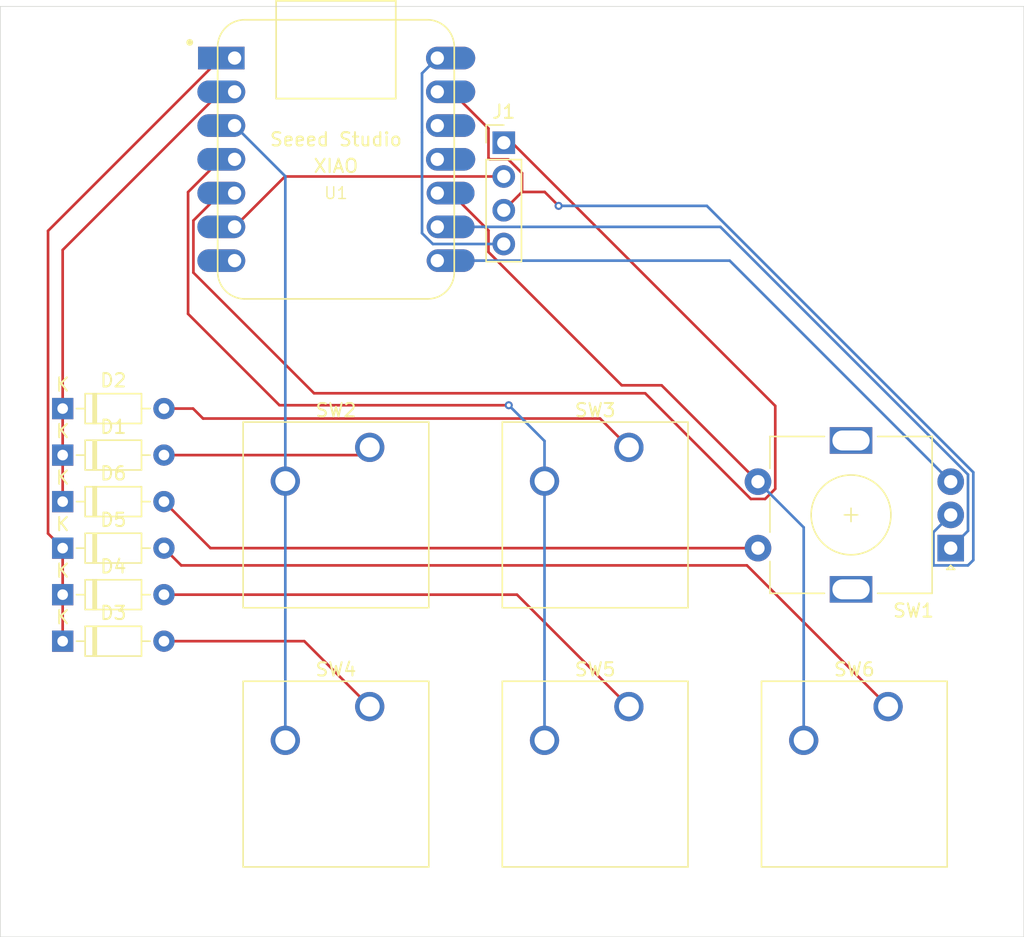
<source format=kicad_pcb>
(kicad_pcb (version 20240108) (generator "pcbnew") (generator_version "8.0")
  (layers (0 "F.Cu" signal) (31 "B.Cu" signal) (34 "B.Paste" user) (35 "F.Paste" user) (36 "B.SilkS" user "B.Silkscreen") (37 "F.SilkS" user "F.Silkscreen") (38 "B.Mask" user) (39 "F.Mask" user) (44 "Edge.Cuts" user))
  (net 0 "")
  (net 1 "Net-(D1-A)")
  (net 2 "ROW0")
  (net 3 "Net-(D2-A)")
  (net 4 "ROW1")
  (net 5 "Net-(D3-A)")
  (net 6 "Net-(D4-A)")
  (net 7 "Net-(D5-A)")
  (net 8 "EC11SWITCHB")
  (net 10 "GND")
  (net 11 "VCC")
  (net 12 "SDA")
  (net 13 "SCL")
  (net 14 "COL2")
  (net 15 "EC11B")
  (net 16 "EC11A")
  (net 17 "COL0")
  (net 18 "COL1")
  (footprint "Diode_THT:D_DO-35_SOD27_P7.62mm_Horizontal" (layer "F.Cu") (at 77.44 47)
    (property "Reference" "D2" (at 3.81 -2.12 0) (layer "F.SilkS"))
    (property "Value" "D")
    (fp_line (start 1.04 0) (end 1.69 0) (stroke (width 0.12)) (layer "F.SilkS"))
    (fp_line (start 1.69 -1.12) (end 1.69 1.12) (stroke (width 0.12)) (layer "F.SilkS"))
    (fp_line (start 1.69 1.12) (end 5.93 1.12) (stroke (width 0.12)) (layer "F.SilkS"))
    (fp_line (start 2.29 -1.12) (end 2.29 1.12) (stroke (width 0.12)) (layer "F.SilkS"))
    (fp_line (start 2.41 -1.12) (end 2.41 1.12) (stroke (width 0.12)) (layer "F.SilkS"))
    (fp_line (start 2.53 -1.12) (end 2.53 1.12) (stroke (width 0.12)) (layer "F.SilkS"))
    (fp_line (start 5.93 -1.12) (end 1.69 -1.12) (stroke (width 0.12)) (layer "F.SilkS"))
    (fp_line (start 5.93 1.12) (end 5.93 -1.12) (stroke (width 0.12)) (layer "F.SilkS"))
    (fp_line (start 6.58 0) (end 5.93 0) (stroke (width 0.12)) (layer "F.SilkS"))
    (fp_text user "K" (at 0 -1.8 0) (layer "F.SilkS"))
    (pad "1" thru_hole rect (at 0 0) (size 1.6 1.6) (drill 0.8) (layers "*.Cu" "*.Mask") (net 2 "ROW0"))
    (pad "2" thru_hole oval (at 7.62 0) (size 1.6 1.6) (drill 0.8) (layers "*.Cu" "*.Mask") (net 3 "Net-(D2-A)"))
  )
  (footprint "Seeed Studio XIAO Series Library:XIAO-Generic-Hybrid-14P-2.54-21X17.8MM" (layer "F.Cu") (at 98 28.25)
    (property "Reference" "U1" (at 0 2.54 0) (layer "F.SilkS") (effects (font (size 0.889 0.889) (thickness 0.1016))))
    (property "Value" "Seeed Studio XIAO SAMD21" (hide yes))
    (fp_line (start -8.9 -8.5) (end -8.9 8.5) (stroke (width 0.127)) (layer "F.SilkS"))
    (fp_line (start -6.9 10.5) (end 6.9 10.5) (stroke (width 0.127)) (layer "F.SilkS"))
    (fp_line (start -4.5 -11.92403) (end 4.5 -11.92403) (stroke (width 0.127)) (layer "F.SilkS"))
    (fp_line (start -4.5 -4.57073) (end -4.5 -11.92403) (stroke (width 0.127)) (layer "F.SilkS"))
    (fp_line (start 4.5 -11.92403) (end 4.5 -4.57073) (stroke (width 0.127)) (layer "F.SilkS"))
    (fp_line (start 4.5 -4.57073) (end -4.5 -4.57073) (stroke (width 0.127)) (layer "F.SilkS"))
    (fp_line (start 6.9 -10.49909) (end -6.9 -10.49909) (stroke (width 0.127)) (layer "F.SilkS"))
    (fp_line (start 8.9 8.5) (end 8.9 -8.5) (stroke (width 0.127)) (layer "F.SilkS"))
    (fp_arc (start -8.9 -8.5) (mid -8.301491 -9.901491) (end -6.9 -10.5) (stroke (width 0.12)) (layer "F.SilkS"))
    (fp_arc (start -6.9 10.5) (mid -8.301423 9.901423) (end -8.9 8.5) (stroke (width 0.12)) (layer "F.SilkS"))
    (fp_arc (start 6.9 -10.5) (mid 8.301494 -9.901494) (end 8.9 -8.5) (stroke (width 0.12)) (layer "F.SilkS"))
    (fp_arc (start 8.9 8.5) (mid 8.314214 9.914214) (end 6.9 10.5) (stroke (width 0.12)) (layer "F.SilkS"))
    (fp_circle (center -11 -8.8) (end -11 -9.054) (fill solid) (layer "F.SilkS"))
    (fp_poly (pts (xy -8.887715 -8.561705) (xy -8.884667 -8.610473) (xy -8.880603 -8.659494)) (stroke (width 0.0254)) (fill none) (layer "F.SilkS"))
    (fp_poly (pts (xy 8.889492 8.521574) (xy 8.887713 8.57085) (xy 8.884665 8.619618) (xy 8.880601 8.668639) (xy 8.875268 8.717407) (xy 8.868664 8.766175) (xy 8.861044 8.81469) (xy 8.852153 8.86295) (xy 8.842248 8.910955)) (stroke (width 0.0254)) (fill none) (layer "F.SilkS"))
    (fp_text user "Seeed Studio" (at 0 -1.5 0) (layer "F.SilkS"))
    (fp_text user "XIAO" (at 0 0.5 0) (layer "F.SilkS"))
    (pad "1" thru_hole rect (at -7.625 -7.62) (size 3.5 1.7) (drill 1 (offset -1 0)) (layers "*.Cu" "*.Mask") (net 4 "ROW1"))
    (pad "2" thru_hole oval (at -7.625 -5.08) (size 3.6 1.7) (drill 1 (offset -1 0)) (layers "*.Cu" "*.Mask") (net 2 "ROW0"))
    (pad "3" thru_hole oval (at -7.625 -2.54) (size 3.6 1.7) (drill 1 (offset -1 0)) (layers "*.Cu" "*.Mask") (net 17 "COL0"))
    (pad "4" thru_hole oval (at -7.625 0) (size 3.6 1.7) (drill 1 (offset -1 0)) (layers "*.Cu" "*.Mask") (net 18 "COL1"))
    (pad "5" thru_hole oval (at -7.625 2.54) (size 3.6 1.7) (drill 1 (offset -1 0)) (layers "*.Cu" "*.Mask") (net 12 "SDA"))
    (pad "6" thru_hole oval (at -7.625 5.08 180) (size 3.6 1.7) (drill 1 (offset 1 0)) (layers "*.Cu" "*.Mask") (net 13 "SCL"))
    (pad "7" thru_hole oval (at -7.625 7.62) (size 3.6 1.7) (drill 1 (offset -1 0)) (layers "*.Cu" "*.Mask"))
    (pad "8" thru_hole oval (at 7.625 7.62) (size 3.6 1.7) (drill 1 (offset 1 0)) (layers "*.Cu" "*.Mask") (net 15 "EC11B"))
    (pad "9" thru_hole oval (at 7.625 5.08) (size 3.6 1.7) (drill 1 (offset 1 0)) (layers "*.Cu" "*.Mask") (net 16 "EC11A"))
    (pad "10" thru_hole oval (at 7.625 2.54) (size 3.6 1.7) (drill 1 (offset 1 0)) (layers "*.Cu" "*.Mask") (net 14 "COL2"))
    (pad "11" thru_hole oval (at 7.625 0) (size 3.7 1.7) (drill 1 (offset 1 0)) (layers "*.Cu" "*.Mask"))
    (pad "12" thru_hole oval (at 7.625 -2.54) (size 3.7 1.7) (drill 1 (offset 1 0)) (layers "*.Cu" "*.Mask"))
    (pad "13" thru_hole oval (at 7.625 -5.08) (size 3.7 1.7) (drill 1 (offset 1 0)) (layers "*.Cu" "*.Mask") (net 10 "GND"))
    (pad "14" thru_hole oval (at 7.625 -7.62) (size 3.7 1.7) (drill 1 (offset 1 0)) (layers "*.Cu" "*.Mask") (net 11 "VCC"))
  )
  (footprint "Connector_PinHeader_2.54mm:PinHeader_1x04_P2.54mm_Vertical" (layer "F.Cu") (at 110.625 27)
    (property "Reference" "J1" (at 0 -2.33 0) (layer "F.SilkS"))
    (property "Value" "Conn_01x04_Pin")
    (fp_line (start -1.33 -1.33) (end 0 -1.33) (stroke (width 0.12)) (layer "F.SilkS"))
    (fp_line (start -1.33 0) (end -1.33 -1.33) (stroke (width 0.12)) (layer "F.SilkS"))
    (fp_line (start -1.33 1.27) (end -1.33 8.95) (stroke (width 0.12)) (layer "F.SilkS"))
    (fp_line (start -1.33 1.27) (end 1.33 1.27) (stroke (width 0.12)) (layer "F.SilkS"))
    (fp_line (start -1.33 8.95) (end 1.33 8.95) (stroke (width 0.12)) (layer "F.SilkS"))
    (fp_line (start 1.33 1.27) (end 1.33 8.95) (stroke (width 0.12)) (layer "F.SilkS"))
    (pad "1" thru_hole rect (at 0 0) (size 1.7 1.7) (drill 1) (layers "*.Cu" "*.Mask") (net 12 "SDA"))
    (pad "2" thru_hole oval (at 0 2.54) (size 1.7 1.7) (drill 1) (layers "*.Cu" "*.Mask") (net 13 "SCL"))
    (pad "3" thru_hole oval (at 0 5.08) (size 1.7 1.7) (drill 1) (layers "*.Cu" "*.Mask") (net 10 "GND"))
    (pad "4" thru_hole oval (at 0 7.62) (size 1.7 1.7) (drill 1) (layers "*.Cu" "*.Mask") (net 11 "VCC"))
  )
  (footprint "Diode_THT:D_DO-35_SOD27_P7.62mm_Horizontal" (layer "F.Cu") (at 77.44 57.5)
    (property "Reference" "D5" (at 3.81 -2.12 0) (layer "F.SilkS"))
    (property "Value" "D")
    (fp_line (start 1.04 0) (end 1.69 0) (stroke (width 0.12)) (layer "F.SilkS"))
    (fp_line (start 1.69 -1.12) (end 1.69 1.12) (stroke (width 0.12)) (layer "F.SilkS"))
    (fp_line (start 1.69 1.12) (end 5.93 1.12) (stroke (width 0.12)) (layer "F.SilkS"))
    (fp_line (start 2.29 -1.12) (end 2.29 1.12) (stroke (width 0.12)) (layer "F.SilkS"))
    (fp_line (start 2.41 -1.12) (end 2.41 1.12) (stroke (width 0.12)) (layer "F.SilkS"))
    (fp_line (start 2.53 -1.12) (end 2.53 1.12) (stroke (width 0.12)) (layer "F.SilkS"))
    (fp_line (start 5.93 -1.12) (end 1.69 -1.12) (stroke (width 0.12)) (layer "F.SilkS"))
    (fp_line (start 5.93 1.12) (end 5.93 -1.12) (stroke (width 0.12)) (layer "F.SilkS"))
    (fp_line (start 6.58 0) (end 5.93 0) (stroke (width 0.12)) (layer "F.SilkS"))
    (fp_text user "K" (at 0 -1.8 0) (layer "F.SilkS"))
    (pad "1" thru_hole rect (at 0 0) (size 1.6 1.6) (drill 0.8) (layers "*.Cu" "*.Mask") (net 4 "ROW1"))
    (pad "2" thru_hole oval (at 7.62 0) (size 1.6 1.6) (drill 0.8) (layers "*.Cu" "*.Mask") (net 7 "Net-(D5-A)"))
  )
  (footprint "Diode_THT:D_DO-35_SOD27_P7.62mm_Horizontal" (layer "F.Cu") (at 77.44 50.5)
    (property "Reference" "D1" (at 3.81 -2.12 0) (layer "F.SilkS"))
    (property "Value" "D")
    (fp_line (start 1.04 0) (end 1.69 0) (stroke (width 0.12)) (layer "F.SilkS"))
    (fp_line (start 1.69 -1.12) (end 1.69 1.12) (stroke (width 0.12)) (layer "F.SilkS"))
    (fp_line (start 1.69 1.12) (end 5.93 1.12) (stroke (width 0.12)) (layer "F.SilkS"))
    (fp_line (start 2.29 -1.12) (end 2.29 1.12) (stroke (width 0.12)) (layer "F.SilkS"))
    (fp_line (start 2.41 -1.12) (end 2.41 1.12) (stroke (width 0.12)) (layer "F.SilkS"))
    (fp_line (start 2.53 -1.12) (end 2.53 1.12) (stroke (width 0.12)) (layer "F.SilkS"))
    (fp_line (start 5.93 -1.12) (end 1.69 -1.12) (stroke (width 0.12)) (layer "F.SilkS"))
    (fp_line (start 5.93 1.12) (end 5.93 -1.12) (stroke (width 0.12)) (layer "F.SilkS"))
    (fp_line (start 6.58 0) (end 5.93 0) (stroke (width 0.12)) (layer "F.SilkS"))
    (fp_text user "K" (at 0 -1.8 0) (layer "F.SilkS"))
    (pad "1" thru_hole rect (at 0 0) (size 1.6 1.6) (drill 0.8) (layers "*.Cu" "*.Mask") (net 2 "ROW0"))
    (pad "2" thru_hole oval (at 7.62 0) (size 1.6 1.6) (drill 0.8) (layers "*.Cu" "*.Mask") (net 1 "Net-(D1-A)"))
  )
  (footprint "Rotary_Encoder:RotaryEncoder_Alps_EC11E-Switch_Vertical_H20mm" (layer "F.Cu") (at 144.25 57.5 180)
    (property "Reference" "SW1" (at 2.8 -4.7 0) (layer "F.SilkS"))
    (property "Value" "RotaryEncoder_Switch")
    (fp_line (start 13.6 8.4) (end 9.5 8.4) (stroke (width 0.12)) (layer "F.SilkS"))
    (fp_line (start 13.6 6) (end 13.6 8.4) (stroke (width 0.12)) (layer "F.SilkS"))
    (fp_line (start 13.6 1.2) (end 13.6 3.8) (stroke (width 0.12)) (layer "F.SilkS"))
    (fp_line (start 13.6 -3.4) (end 13.6 -1) (stroke (width 0.12)) (layer "F.SilkS"))
    (fp_line (start 9.5 -3.4) (end 13.6 -3.4) (stroke (width 0.12)) (layer "F.SilkS"))
    (fp_line (start 7.5 2) (end 7.5 3) (stroke (width 0.12)) (layer "F.SilkS"))
    (fp_line (start 7 2.5) (end 8 2.5) (stroke (width 0.12)) (layer "F.SilkS"))
    (fp_line (start 5.5 8.4) (end 1.4 8.4) (stroke (width 0.12)) (layer "F.SilkS"))
    (fp_line (start 5.5 -3.4) (end 1.4 -3.4) (stroke (width 0.12)) (layer "F.SilkS"))
    (fp_line (start 1.4 -3.4) (end 1.4 8.4) (stroke (width 0.12)) (layer "F.SilkS"))
    (fp_line (start 0.3 -1.6) (end 0 -1.3) (stroke (width 0.12)) (layer "F.SilkS"))
    (fp_line (start 0 -1.3) (end -0.3 -1.6) (stroke (width 0.12)) (layer "F.SilkS"))
    (fp_line (start -0.3 -1.6) (end 0.3 -1.6) (stroke (width 0.12)) (layer "F.SilkS"))
    (fp_circle (center 7.5 2.5) (end 10.5 2.5) (stroke (width 0.12)) (fill none) (layer "F.SilkS"))
    (pad "A" thru_hole rect (at 0 0 180) (size 2 2) (drill 1) (layers "*.Cu" "*.Mask") (net 16 "EC11A"))
    (pad "B" thru_hole circle (at 0 5 180) (size 2 2) (drill 1) (layers "*.Cu" "*.Mask") (net 15 "EC11B"))
    (pad "C" thru_hole circle (at 0 2.5 180) (size 2 2) (drill 1) (layers "*.Cu" "*.Mask") (net 10 "GND"))
    (pad "MP" thru_hole rect (at 7.5 -3.1 180) (size 3.2 2) (drill oval 2.8 1.5) (layers "*.Cu" "*.Mask"))
    (pad "MP" thru_hole rect (at 7.5 8.1 180) (size 3.2 2) (drill oval 2.8 1.5) (layers "*.Cu" "*.Mask"))
    (pad "S1" thru_hole circle (at 14.5 5 180) (size 2 2) (drill 1) (layers "*.Cu" "*.Mask") (net 14 "COL2"))
    (pad "S2" thru_hole circle (at 14.5 0 180) (size 2 2) (drill 1) (layers "*.Cu" "*.Mask") (net 8 "EC11SWITCHB"))
  )
  (footprint "Diode_THT:D_DO-35_SOD27_P7.62mm_Horizontal" (layer "F.Cu") (at 77.44 64.5)
    (property "Reference" "D3" (at 3.81 -2.12 0) (layer "F.SilkS"))
    (property "Value" "D")
    (fp_line (start 1.04 0) (end 1.69 0) (stroke (width 0.12)) (layer "F.SilkS"))
    (fp_line (start 1.69 -1.12) (end 1.69 1.12) (stroke (width 0.12)) (layer "F.SilkS"))
    (fp_line (start 1.69 1.12) (end 5.93 1.12) (stroke (width 0.12)) (layer "F.SilkS"))
    (fp_line (start 2.29 -1.12) (end 2.29 1.12) (stroke (width 0.12)) (layer "F.SilkS"))
    (fp_line (start 2.41 -1.12) (end 2.41 1.12) (stroke (width 0.12)) (layer "F.SilkS"))
    (fp_line (start 2.53 -1.12) (end 2.53 1.12) (stroke (width 0.12)) (layer "F.SilkS"))
    (fp_line (start 5.93 -1.12) (end 1.69 -1.12) (stroke (width 0.12)) (layer "F.SilkS"))
    (fp_line (start 5.93 1.12) (end 5.93 -1.12) (stroke (width 0.12)) (layer "F.SilkS"))
    (fp_line (start 6.58 0) (end 5.93 0) (stroke (width 0.12)) (layer "F.SilkS"))
    (fp_text user "K" (at 0 -1.8 0) (layer "F.SilkS"))
    (pad "1" thru_hole rect (at 0 0) (size 1.6 1.6) (drill 0.8) (layers "*.Cu" "*.Mask") (net 4 "ROW1"))
    (pad "2" thru_hole oval (at 7.62 0) (size 1.6 1.6) (drill 0.8) (layers "*.Cu" "*.Mask") (net 5 "Net-(D3-A)"))
  )
  (footprint "Button_Switch_Keyboard:SW_Cherry_MX_1.00u_PCB" (layer "F.Cu") (at 100.54 49.92)
    (property "Reference" "SW2" (at -2.54 -2.794 0) (layer "F.SilkS"))
    (property "Value" "SW_Push")
    (fp_line (start -9.525 -1.905) (end 4.445 -1.905) (stroke (width 0.12)) (layer "F.SilkS"))
    (fp_line (start -9.525 12.065) (end -9.525 -1.905) (stroke (width 0.12)) (layer "F.SilkS"))
    (fp_line (start 4.445 -1.905) (end 4.445 12.065) (stroke (width 0.12)) (layer "F.SilkS"))
    (fp_line (start 4.445 12.065) (end -9.525 12.065) (stroke (width 0.12)) (layer "F.SilkS"))
    (pad "" np_thru_hole circle (at -7.62 5.08) (size 1.7 1.7) (drill 1.7) (layers "*.Cu" "*.Mask"))
    (pad "" np_thru_hole circle (at -2.54 5.08) (size 4 4) (drill 4) (layers "*.Cu" "*.Mask"))
    (pad "" np_thru_hole circle (at 2.54 5.08) (size 1.7 1.7) (drill 1.7) (layers "*.Cu" "*.Mask"))
    (pad "1" thru_hole circle (at 0 0) (size 2.2 2.2) (drill 1.5) (layers "*.Cu" "*.Mask") (net 1 "Net-(D1-A)"))
    (pad "2" thru_hole circle (at -6.35 2.54) (size 2.2 2.2) (drill 1.5) (layers "*.Cu" "*.Mask") (net 17 "COL0"))
  )
  (footprint "Diode_THT:D_DO-35_SOD27_P7.62mm_Horizontal" (layer "F.Cu") (at 77.44 61)
    (property "Reference" "D4" (at 3.81 -2.12 0) (layer "F.SilkS"))
    (property "Value" "D")
    (fp_line (start 1.04 0) (end 1.69 0) (stroke (width 0.12)) (layer "F.SilkS"))
    (fp_line (start 1.69 -1.12) (end 1.69 1.12) (stroke (width 0.12)) (layer "F.SilkS"))
    (fp_line (start 1.69 1.12) (end 5.93 1.12) (stroke (width 0.12)) (layer "F.SilkS"))
    (fp_line (start 2.29 -1.12) (end 2.29 1.12) (stroke (width 0.12)) (layer "F.SilkS"))
    (fp_line (start 2.41 -1.12) (end 2.41 1.12) (stroke (width 0.12)) (layer "F.SilkS"))
    (fp_line (start 2.53 -1.12) (end 2.53 1.12) (stroke (width 0.12)) (layer "F.SilkS"))
    (fp_line (start 5.93 -1.12) (end 1.69 -1.12) (stroke (width 0.12)) (layer "F.SilkS"))
    (fp_line (start 5.93 1.12) (end 5.93 -1.12) (stroke (width 0.12)) (layer "F.SilkS"))
    (fp_line (start 6.58 0) (end 5.93 0) (stroke (width 0.12)) (layer "F.SilkS"))
    (fp_text user "K" (at 0 -1.8 0) (layer "F.SilkS"))
    (pad "1" thru_hole rect (at 0 0) (size 1.6 1.6) (drill 0.8) (layers "*.Cu" "*.Mask") (net 4 "ROW1"))
    (pad "2" thru_hole oval (at 7.62 0) (size 1.6 1.6) (drill 0.8) (layers "*.Cu" "*.Mask") (net 6 "Net-(D4-A)"))
  )
  (footprint "Button_Switch_Keyboard:SW_Cherry_MX_1.00u_PCB" (layer "F.Cu") (at 120.04 69.42)
    (property "Reference" "SW5" (at -2.54 -2.794 0) (layer "F.SilkS"))
    (property "Value" "SW_Push")
    (fp_line (start -9.525 -1.905) (end 4.445 -1.905) (stroke (width 0.12)) (layer "F.SilkS"))
    (fp_line (start -9.525 12.065) (end -9.525 -1.905) (stroke (width 0.12)) (layer "F.SilkS"))
    (fp_line (start 4.445 -1.905) (end 4.445 12.065) (stroke (width 0.12)) (layer "F.SilkS"))
    (fp_line (start 4.445 12.065) (end -9.525 12.065) (stroke (width 0.12)) (layer "F.SilkS"))
    (pad "" np_thru_hole circle (at -7.62 5.08) (size 1.7 1.7) (drill 1.7) (layers "*.Cu" "*.Mask"))
    (pad "" np_thru_hole circle (at -2.54 5.08) (size 4 4) (drill 4) (layers "*.Cu" "*.Mask"))
    (pad "" np_thru_hole circle (at 2.54 5.08) (size 1.7 1.7) (drill 1.7) (layers "*.Cu" "*.Mask"))
    (pad "1" thru_hole circle (at 0 0) (size 2.2 2.2) (drill 1.5) (layers "*.Cu" "*.Mask") (net 6 "Net-(D4-A)"))
    (pad "2" thru_hole circle (at -6.35 2.54) (size 2.2 2.2) (drill 1.5) (layers "*.Cu" "*.Mask") (net 18 "COL1"))
  )
  (footprint "Diode_THT:D_DO-35_SOD27_P7.62mm_Horizontal" (layer "F.Cu") (at 77.44 54)
    (property "Reference" "D6" (at 3.81 -2.12 0) (layer "F.SilkS"))
    (property "Value" "D")
    (fp_line (start 1.04 0) (end 1.69 0) (stroke (width 0.12)) (layer "F.SilkS"))
    (fp_line (start 1.69 -1.12) (end 1.69 1.12) (stroke (width 0.12)) (layer "F.SilkS"))
    (fp_line (start 1.69 1.12) (end 5.93 1.12) (stroke (width 0.12)) (layer "F.SilkS"))
    (fp_line (start 2.29 -1.12) (end 2.29 1.12) (stroke (width 0.12)) (layer "F.SilkS"))
    (fp_line (start 2.41 -1.12) (end 2.41 1.12) (stroke (width 0.12)) (layer "F.SilkS"))
    (fp_line (start 2.53 -1.12) (end 2.53 1.12) (stroke (width 0.12)) (layer "F.SilkS"))
    (fp_line (start 5.93 -1.12) (end 1.69 -1.12) (stroke (width 0.12)) (layer "F.SilkS"))
    (fp_line (start 5.93 1.12) (end 5.93 -1.12) (stroke (width 0.12)) (layer "F.SilkS"))
    (fp_line (start 6.58 0) (end 5.93 0) (stroke (width 0.12)) (layer "F.SilkS"))
    (fp_text user "K" (at 0 -1.8 0) (layer "F.SilkS"))
    (pad "1" thru_hole rect (at 0 0) (size 1.6 1.6) (drill 0.8) (layers "*.Cu" "*.Mask") (net 2 "ROW0"))
    (pad "2" thru_hole oval (at 7.62 0) (size 1.6 1.6) (drill 0.8) (layers "*.Cu" "*.Mask") (net 8 "EC11SWITCHB"))
  )
  (footprint "Button_Switch_Keyboard:SW_Cherry_MX_1.00u_PCB" (layer "F.Cu") (at 100.54 69.42)
    (property "Reference" "SW4" (at -2.54 -2.794 0) (layer "F.SilkS"))
    (property "Value" "SW_Push")
    (fp_line (start -9.525 -1.905) (end 4.445 -1.905) (stroke (width 0.12)) (layer "F.SilkS"))
    (fp_line (start -9.525 12.065) (end -9.525 -1.905) (stroke (width 0.12)) (layer "F.SilkS"))
    (fp_line (start 4.445 -1.905) (end 4.445 12.065) (stroke (width 0.12)) (layer "F.SilkS"))
    (fp_line (start 4.445 12.065) (end -9.525 12.065) (stroke (width 0.12)) (layer "F.SilkS"))
    (pad "" np_thru_hole circle (at -7.62 5.08) (size 1.7 1.7) (drill 1.7) (layers "*.Cu" "*.Mask"))
    (pad "" np_thru_hole circle (at -2.54 5.08) (size 4 4) (drill 4) (layers "*.Cu" "*.Mask"))
    (pad "" np_thru_hole circle (at 2.54 5.08) (size 1.7 1.7) (drill 1.7) (layers "*.Cu" "*.Mask"))
    (pad "1" thru_hole circle (at 0 0) (size 2.2 2.2) (drill 1.5) (layers "*.Cu" "*.Mask") (net 5 "Net-(D3-A)"))
    (pad "2" thru_hole circle (at -6.35 2.54) (size 2.2 2.2) (drill 1.5) (layers "*.Cu" "*.Mask") (net 17 "COL0"))
  )
  (footprint "Button_Switch_Keyboard:SW_Cherry_MX_1.00u_PCB" (layer "F.Cu") (at 120.04 49.92)
    (property "Reference" "SW3" (at -2.54 -2.794 0) (layer "F.SilkS"))
    (property "Value" "SW_Push")
    (fp_line (start -9.525 -1.905) (end 4.445 -1.905) (stroke (width 0.12)) (layer "F.SilkS"))
    (fp_line (start -9.525 12.065) (end -9.525 -1.905) (stroke (width 0.12)) (layer "F.SilkS"))
    (fp_line (start 4.445 -1.905) (end 4.445 12.065) (stroke (width 0.12)) (layer "F.SilkS"))
    (fp_line (start 4.445 12.065) (end -9.525 12.065) (stroke (width 0.12)) (layer "F.SilkS"))
    (pad "" np_thru_hole circle (at -7.62 5.08) (size 1.7 1.7) (drill 1.7) (layers "*.Cu" "*.Mask"))
    (pad "" np_thru_hole circle (at -2.54 5.08) (size 4 4) (drill 4) (layers "*.Cu" "*.Mask"))
    (pad "" np_thru_hole circle (at 2.54 5.08) (size 1.7 1.7) (drill 1.7) (layers "*.Cu" "*.Mask"))
    (pad "1" thru_hole circle (at 0 0) (size 2.2 2.2) (drill 1.5) (layers "*.Cu" "*.Mask") (net 3 "Net-(D2-A)"))
    (pad "2" thru_hole circle (at -6.35 2.54) (size 2.2 2.2) (drill 1.5) (layers "*.Cu" "*.Mask") (net 18 "COL1"))
  )
  (footprint "Button_Switch_Keyboard:SW_Cherry_MX_1.00u_PCB" (layer "F.Cu") (at 139.54 69.42)
    (property "Reference" "SW6" (at -2.54 -2.794 0) (layer "F.SilkS"))
    (property "Value" "SW_Push")
    (fp_line (start -9.525 -1.905) (end 4.445 -1.905) (stroke (width 0.12)) (layer "F.SilkS"))
    (fp_line (start -9.525 12.065) (end -9.525 -1.905) (stroke (width 0.12)) (layer "F.SilkS"))
    (fp_line (start 4.445 -1.905) (end 4.445 12.065) (stroke (width 0.12)) (layer "F.SilkS"))
    (fp_line (start 4.445 12.065) (end -9.525 12.065) (stroke (width 0.12)) (layer "F.SilkS"))
    (pad "" np_thru_hole circle (at -7.62 5.08) (size 1.7 1.7) (drill 1.7) (layers "*.Cu" "*.Mask"))
    (pad "" np_thru_hole circle (at -2.54 5.08) (size 4 4) (drill 4) (layers "*.Cu" "*.Mask"))
    (pad "" np_thru_hole circle (at 2.54 5.08) (size 1.7 1.7) (drill 1.7) (layers "*.Cu" "*.Mask"))
    (pad "1" thru_hole circle (at 0 0) (size 2.2 2.2) (drill 1.5) (layers "*.Cu" "*.Mask") (net 7 "Net-(D5-A)"))
    (pad "2" thru_hole circle (at -6.35 2.54) (size 2.2 2.2) (drill 1.5) (layers "*.Cu" "*.Mask") (net 14 "COL2"))
  )
  (gr_line (start 72.75 86.75) (end 149.75 86.75) (stroke (width 0.05)) (layer "Edge.Cuts"))
  (gr_line (start 72.75 16.75) (end 72.75 86.75) (stroke (width 0.05)) (layer "Edge.Cuts"))
  (gr_line (start 72.75 16.75) (end 149.75 16.75) (stroke (width 0.05)) (layer "Edge.Cuts"))
  (gr_line (start 149.75 86.75) (end 149.75 16.75) (stroke (width 0.05)) (layer "Edge.Cuts"))
  (segment (start 99.96 50.5) (end 85.06 50.5) (width 0.2) (layer "F.Cu") (net 1))
  (segment (start 100.54 49.92) (end 99.96 50.5) (width 0.2) (layer "F.Cu") (net 1))
  (segment (start 77.44 35.068654) (end 77.44 47) (width 0.2) (layer "F.Cu") (net 2))
  (segment (start 77.44 47) (end 77.44 54) (width 0.2) (layer "F.Cu") (net 2))
  (segment (start 89.338654 23.17) (end 77.44 35.068654) (width 0.2) (layer "F.Cu") (net 2))
  (segment (start 90.375 23.17) (end 89.338654 23.17) (width 0.2) (layer "F.Cu") (net 2))
  (segment (start 117.87 47.75) (end 120.04 49.92) (width 0.2) (layer "F.Cu") (net 3))
  (segment (start 87.25 47) (end 88 47.75) (width 0.2) (layer "F.Cu") (net 3))
  (segment (start 88 47.75) (end 117.87 47.75) (width 0.2) (layer "F.Cu") (net 3))
  (segment (start 85.06 47) (end 87.25 47) (width 0.2) (layer "F.Cu") (net 3))
  (segment (start 89.338654 20.63) (end 76.34 33.628654) (width 0.2) (layer "F.Cu") (net 4))
  (segment (start 76.34 33.628654) (end 76.34 56.4) (width 0.2) (layer "F.Cu") (net 4))
  (segment (start 90.375 20.63) (end 89.338654 20.63) (width 0.2) (layer "F.Cu") (net 4))
  (segment (start 77.44 57.5) (end 77.44 64.5) (width 0.2) (layer "F.Cu") (net 4))
  (segment (start 76.34 56.4) (end 77.44 57.5) (width 0.2) (layer "F.Cu") (net 4))
  (segment (start 95.62 64.5) (end 100.54 69.42) (width 0.2) (layer "F.Cu") (net 5))
  (segment (start 85.06 64.5) (end 95.62 64.5) (width 0.2) (layer "F.Cu") (net 5))
  (segment (start 85.06 61) (end 111.62 61) (width 0.2) (layer "F.Cu") (net 6))
  (segment (start 111.62 61) (end 120.04 69.42) (width 0.2) (layer "F.Cu") (net 6))
  (segment (start 86.36 58.8) (end 128.92 58.8) (width 0.2) (layer "F.Cu") (net 7))
  (segment (start 128.92 58.8) (end 139.54 69.42) (width 0.2) (layer "F.Cu") (net 7))
  (segment (start 85.06 57.5) (end 86.36 58.8) (width 0.2) (layer "F.Cu") (net 7))
  (segment (start 88.56 57.5) (end 129.75 57.5) (width 0.2) (layer "F.Cu") (net 8))
  (segment (start 85.06 54) (end 88.56 57.5) (width 0.2) (layer "F.Cu") (net 8))
  (segment (start 112 30.705) (end 113.705 30.705) (width 0.2) (layer "F.Cu") (net 10))
  (segment (start 112 29.288654) (end 110.961346 28.25) (width 0.2) (layer "F.Cu") (net 10))
  (segment (start 109.475 28.15) (end 109.475 25.933654) (width 0.2) (layer "F.Cu") (net 10))
  (segment (start 113.705 30.705) (end 114.75 31.75) (width 0.2) (layer "F.Cu") (net 10))
  (segment (start 109.575 28.25) (end 109.475 28.15) (width 0.2) (layer "F.Cu") (net 10))
  (segment (start 109.475 25.933654) (end 106.711346 23.17) (width 0.2) (layer "F.Cu") (net 10))
  (segment (start 112 30.705) (end 112 29.288654) (width 0.2) (layer "F.Cu") (net 10))
  (segment (start 112 30.705) (end 110.625 32.08) (width 0.2) (layer "F.Cu") (net 10))
  (segment (start 106.711346 23.17) (end 105.625 23.17) (width 0.2) (layer "F.Cu") (net 10))
  (segment (start 110.961346 28.25) (end 109.575 28.25) (width 0.2) (layer "F.Cu") (net 10))
  (via (at 114.75 31.75) (size 0.6) (drill 0.3) (layers "F.Cu" "B.Cu") (net 10))
  (segment (start 145.55 58.8) (end 142.95 58.8) (width 0.2) (layer "B.Cu") (net 10))
  (segment (start 142.95 58.8) (end 142.95 56.3) (width 0.2) (layer "B.Cu") (net 10))
  (segment (start 114.75 31.75) (end 125.904164 31.75) (width 0.2) (layer "B.Cu") (net 10))
  (segment (start 125.904164 31.75) (end 145.95 51.795836) (width 0.2) (layer "B.Cu") (net 10))
  (segment (start 145.95 58.4) (end 145.55 58.8) (width 0.2) (layer "B.Cu") (net 10))
  (segment (start 145.95 51.795836) (end 145.95 58.4) (width 0.2) (layer "B.Cu") (net 10))
  (segment (start 142.95 56.3) (end 144.25 55) (width 0.2) (layer "B.Cu") (net 10))
  (segment (start 105.625 20.375) (end 105.625 20.63) (width 0.2) (layer "F.Cu") (net 11))
  (segment (start 104.475 33.806346) (end 104.475 26.225) (width 0.2) (layer "B.Cu") (net 11))
  (segment (start 104.475 21.78) (end 105.625 20.63) (width 0.2) (layer "B.Cu") (net 11))
  (segment (start 104.475 26.225) (end 104.475 21.78) (width 0.2) (layer "B.Cu") (net 11))
  (segment (start 105.288654 34.62) (end 104.475 33.806346) (width 0.2) (layer "B.Cu") (net 11))
  (segment (start 110.625 34.62) (end 105.288654 34.62) (width 0.2) (layer "B.Cu") (net 11))
  (segment (start 90.335 30.75) (end 90.375 30.79) (width 0.2) (layer "F.Cu") (net 12))
  (segment (start 87.275 32.853654) (end 87.275 36.775) (width 0.2) (layer "F.Cu") (net 12))
  (segment (start 131.05 46.8) (end 111.25 27) (width 0.2) (layer "F.Cu") (net 12))
  (segment (start 129.211522 53.8) (end 130.288478 53.8) (width 0.2) (layer "F.Cu") (net 12))
  (segment (start 89.338654 30.79) (end 87.275 32.853654) (width 0.2) (layer "F.Cu") (net 12))
  (segment (start 96.35 45.85) (end 121.261522 45.85) (width 0.2) (layer "F.Cu") (net 12))
  (segment (start 130.288478 53.8) (end 131.05 53.038478) (width 0.2) (layer "F.Cu") (net 12))
  (segment (start 121.261522 45.85) (end 129.211522 53.8) (width 0.2) (layer "F.Cu") (net 12))
  (segment (start 131.05 53.038478) (end 131.05 46.8) (width 0.2) (layer "F.Cu") (net 12))
  (segment (start 90.375 30.79) (end 89.338654 30.79) (width 0.2) (layer "F.Cu") (net 12))
  (segment (start 111.25 27) (end 110.625 27) (width 0.2) (layer "F.Cu") (net 12))
  (segment (start 87.275 36.775) (end 96.35 45.85) (width 0.2) (layer "F.Cu") (net 12))
  (segment (start 90.375 33.33) (end 94.165 29.54) (width 0.2) (layer "F.Cu") (net 13))
  (segment (start 94.165 29.54) (end 110.625 29.54) (width 0.2) (layer "F.Cu") (net 13))
  (segment (start 106.661346 30.79) (end 109.475 33.603654) (width 0.2) (layer "F.Cu") (net 14))
  (segment (start 119.5 45.25) (end 122.5 45.25) (width 0.2) (layer "F.Cu") (net 14))
  (segment (start 109.475 33.603654) (end 109.475 35.225) (width 0.2) (layer "F.Cu") (net 14))
  (segment (start 122.5 45.25) (end 129.75 52.5) (width 0.2) (layer "F.Cu") (net 14))
  (segment (start 109.475 35.225) (end 119.5 45.25) (width 0.2) (layer "F.Cu") (net 14))
  (segment (start 105.625 30.79) (end 106.661346 30.79) (width 0.2) (layer "F.Cu") (net 14))
  (segment (start 133.19 55.94) (end 133.19 71.96) (width 0.2) (layer "B.Cu") (net 14))
  (segment (start 129.75 52.5) (end 133.19 55.94) (width 0.2) (layer "B.Cu") (net 14))
  (segment (start 127.62 35.87) (end 144.25 52.5) (width 0.2) (layer "B.Cu") (net 15))
  (segment (start 105.625 35.87) (end 127.62 35.87) (width 0.2) (layer "B.Cu") (net 15))
  (segment (start 145.55 56.2) (end 144.25 57.5) (width 0.2) (layer "B.Cu") (net 16))
  (segment (start 105.625 33.33) (end 126.918478 33.33) (width 0.2) (layer "B.Cu") (net 16))
  (segment (start 126.918478 33.33) (end 145.55 51.961522) (width 0.2) (layer "B.Cu") (net 16))
  (segment (start 145.55 51.961522) (end 145.55 56.2) (width 0.2) (layer "B.Cu") (net 16))
  (segment (start 94.19 52.46) (end 94.19 71.96) (width 0.2) (layer "B.Cu") (net 17))
  (segment (start 94.19 29.525) (end 94.19 52.46) (width 0.2) (layer "B.Cu") (net 17))
  (segment (start 90.375 25.71) (end 94.19 29.525) (width 0.2) (layer "B.Cu") (net 17))
  (segment (start 86.875 39.875) (end 93.75 46.75) (width 0.2) (layer "F.Cu") (net 18))
  (segment (start 93.75 46.75) (end 111 46.75) (width 0.2) (layer "F.Cu") (net 18))
  (segment (start 86.875 30.713654) (end 86.875 39.875) (width 0.2) (layer "F.Cu") (net 18))
  (segment (start 90.375 28.25) (end 89.338654 28.25) (width 0.2) (layer "F.Cu") (net 18))
  (segment (start 89.338654 28.25) (end 86.875 30.713654) (width 0.2) (layer "F.Cu") (net 18))
  (via (at 111 46.75) (size 0.6) (drill 0.3) (layers "F.Cu" "B.Cu") (net 18))
  (segment (start 111 46.75) (end 113.69 49.44) (width 0.2) (layer "B.Cu") (net 18))
  (segment (start 113.69 49.44) (end 113.69 52.46) (width 0.2) (layer "B.Cu") (net 18))
  (segment (start 113.69 52.46) (end 113.69 71.96) (width 0.2) (layer "B.Cu") (net 18))
)
</source>
